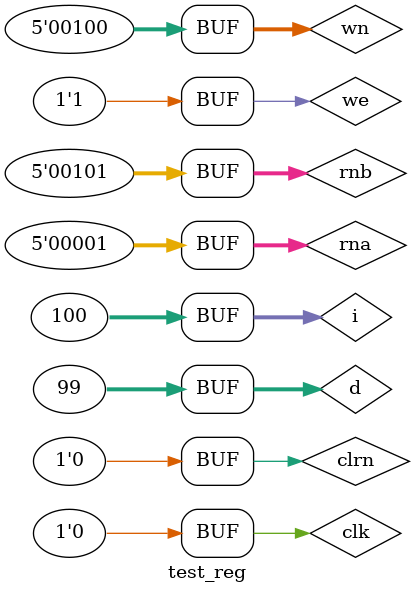
<source format=v>
`timescale 1ns / 1ps


module test_reg;

	// Inputs
	reg [4:0] rna;
	reg [4:0] rnb;
	reg [31:0] d;
	reg [4:0] wn;
	reg we;
	reg clk;
	reg clrn;

	// Outputs
	wire [31:0] qa;
	wire [31:0] qb;

	// Instantiate the Unit Under Test (UUT)
	regfile uut (
		.rna(rna), 
		.rnb(rnb), 
		.d(d), 
		.wn(wn), 
		.we(we), 
		.clk(clk), 
		.clrn(clrn), 
		.qa(qa), 
		.qb(qb)
	);

	integer i;
	initial begin
		// Initialize Inputs
		rna = 0;
		rnb = 0;
		d = 0;
		wn = 0;
		we = 0;
		clk = 0;
		clrn = 0;

		// Wait 100 ns for global reset to finish
		#100;
        
		// Add stimulus here
		rna = 1;
		rnb = 5;
		we = 1;
		for (i = 0; i < 100; i = i + 1)
		begin
			clk = ~clk;
			wn = wn + 1;
			d = i;
			#10;
		end
	end
      
endmodule


</source>
